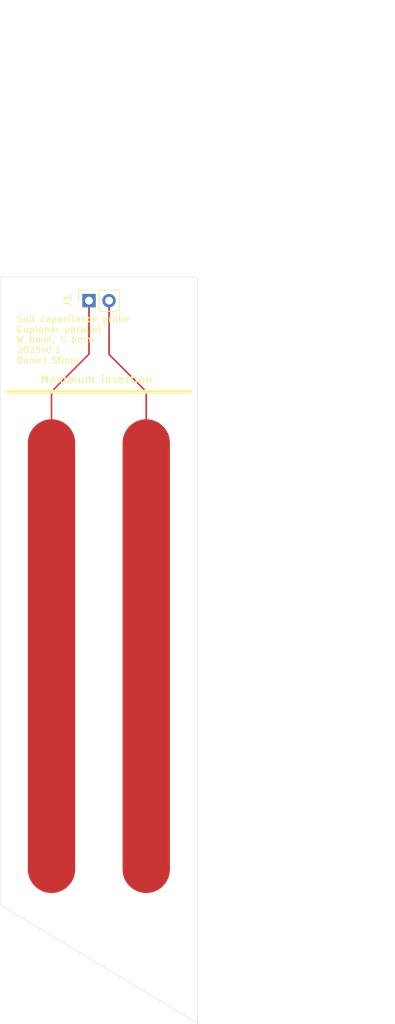
<source format=kicad_pcb>
(kicad_pcb (version 20241229) (generator "pcbnew") (generator_version "9.0")
  (layers (0 "F.Cu" signal) (2 "B.Cu" signal) (13 "F.Paste" user) (15 "B.Paste" user) (5 "F.SilkS" user "F.Silkscreen") (7 "B.SilkS" user "B.Silkscreen") (1 "F.Mask" user) (3 "B.Mask" user) (25 "Edge.Cuts" user))
  (net 0 "")
  (net 1 "/SENSE_SOIL-")
  (net 2 "/SENSE_SOIL+")
  (footprint "Connector_PinSocket_2.54mm:PinSocket_1x02_P2.54mm_Vertical" (layer "F.Cu") (at 86.25 73.475 90)
    (property "Reference" "J1" (at 0 -2.77 90) (layer "F.SilkS"))
    (property "Value" "Conn_01x02_Socket")
    (fp_line (start 1.33 -1.33) (end 1.33 0) (stroke (width 0.12)) (layer "F.SilkS"))
    (fp_line (start 0 -1.33) (end 1.33 -1.33) (stroke (width 0.12)) (layer "F.SilkS"))
    (fp_line (start 1.33 1.27) (end 1.33 3.87) (stroke (width 0.12)) (layer "F.SilkS"))
    (fp_line (start -1.33 1.27) (end 1.33 1.27) (stroke (width 0.12)) (layer "F.SilkS"))
    (fp_line (start -1.33 1.27) (end -1.33 3.87) (stroke (width 0.12)) (layer "F.SilkS"))
    (fp_line (start -1.33 3.87) (end 1.33 3.87) (stroke (width 0.12)) (layer "F.SilkS"))
    (pad "1" thru_hole rect (at 0 0 90) (size 1.7 1.7) (drill 1) (layers "*.Cu" "*.Mask") (net 2 "/SENSE_SOIL+"))
    (pad "2" thru_hole circle (at 0 2.54 90) (size 1.7 1.7) (drill 1) (layers "*.Cu" "*.Mask") (net 1 "/SENSE_SOIL-"))
  )
  (footprint "CapacitiveStrips:C_Rectangle" (layer "F.Cu") (at 87.5 88.5)
    (property "Reference" "C12" (hide yes))
    (property "Value" "SOIL")
    (pad "1" smd roundrect (at -6 30) (size 6 60) (layers "F.Cu") (roundrect_rratio 0.5) (net 2 "/SENSE_SOIL+"))
    (pad "2" smd roundrect (at 6 30) (size 6 60) (layers "F.Cu") (roundrect_rratio 0.5) (net 1 "/SENSE_SOIL-"))
  )
  (gr_line (start 76 85) (end 99 85) (stroke (width 0.5)) (layer "F.SilkS"))
  (gr_line (start 100 70.5) (end 100 165) (stroke (width 0.05)) (layer "Edge.Cuts"))
  (gr_line (start 100 165) (end 75 150) (stroke (width 0.05)) (layer "Edge.Cuts"))
  (gr_line (start 75 70.5) (end 75 150) (stroke (width 0.05)) (layer "Edge.Cuts"))
  (gr_line (start 75 70.5) (end 100 70.5) (stroke (width 0.05)) (layer "Edge.Cuts"))
  (gr_text "Maximum insertion" (at 80 84 0) (layer "F.SilkS") (effects (font (size 1 1)) (justify left bottom)))
  (gr_text "Soil capacitance probe\nCoplanar parallel\nW 6mm, S 6mm\n2025v0.1\nDaniel Stiner\n" (at 77 81.5 0) (layer "F.SilkS") (effects (font (size 0.813 0.813) (thickness 0.127)) (justify left bottom)))
  (segment (start 88.79 73.475) (end 88.79 80.29) (width 0.2) (layer "F.Cu") (net 1))
  (segment (start 93.5 118.5) (end 93.5 85) (width 0.2) (layer "F.Cu") (net 1))
  (segment (start 88.79 80.29) (end 89.35 80.85) (width 0.2) (layer "F.Cu") (net 1))
  (segment (start 93.5 85) (end 89.35 80.85) (width 0.2) (layer "F.Cu") (net 1))
  (segment (start 81.5 118.5) (end 81.5 85) (width 0.2) (layer "F.Cu") (net 2))
  (segment (start 86.25 80.25) (end 81.5 85) (width 0.2) (layer "F.Cu") (net 2))
  (segment (start 86.25 73.475) (end 86.25 80.25) (width 0.2) (layer "F.Cu") (net 2))
)
</source>
